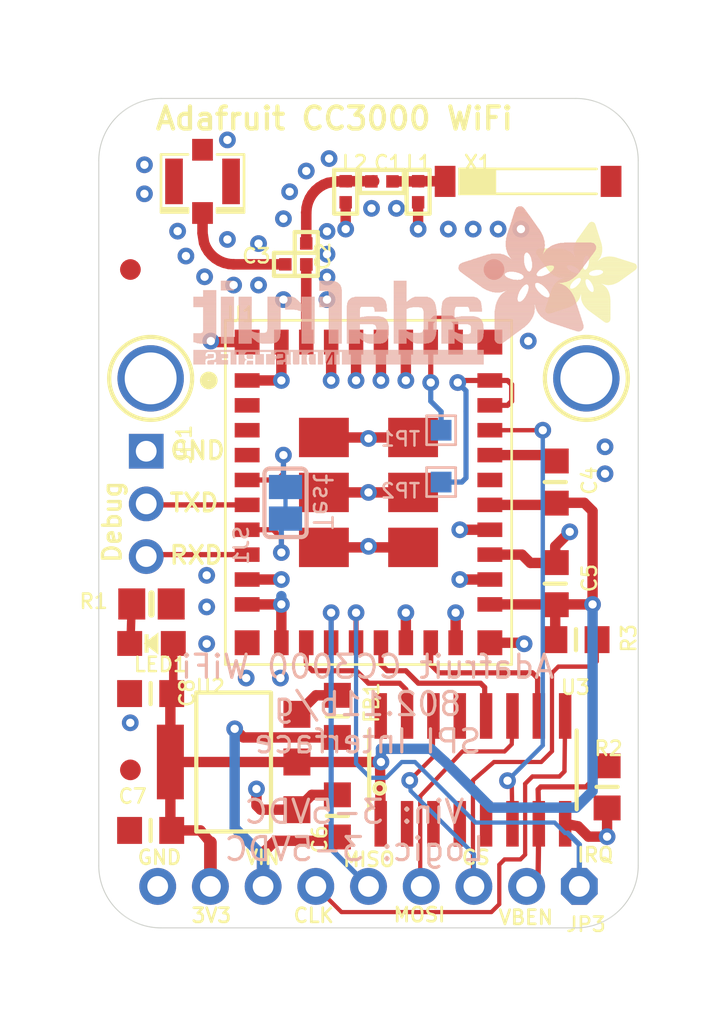
<source format=kicad_pcb>
(kicad_pcb (version 20211014) (generator pcbnew)
  (layers (0 "F.Cu" signal) (31 "B.Cu" signal) (34 "B.Paste" user) (35 "F.Paste" user) (36 "B.SilkS" user "B.Silkscreen") (37 "F.SilkS" user "F.Silkscreen") (38 "B.Mask" user) (39 "F.Mask" user) (44 "Edge.Cuts" user))
  (net 0 "")
  (net 1 "N$1")
  (net 2 "N$2")
  (net 3 "GND")
  (net 4 "N$3")
  (net 5 "N$4")
  (net 6 "SCL_3V")
  (net 7 "SDA_3V")
  (net 8 "VBAT")
  (net 9 "VBAT_EN_3V")
  (net 10 "SPI_CLK_3V")
  (net 11 "SPI_MOSI_3V")
  (net 12 "SPI_IRQ_3V")
  (net 13 "SPI_MISO_3V")
  (net 14 "SPI_CS_3V")
  (net 15 "N$5")
  (net 16 "N$6")
  (net 17 "RXD_3V")
  (net 18 "TXD_3V")
  (net 19 "VIN")
  (net 20 "VBAT_EN_5V")
  (net 21 "SPI_CLK_5V")
  (net 22 "SPI_MOSI_5V")
  (net 23 "SPI_CS_5V")
  (net 24 "N$9")
  (net 25 "N$7")
  (footprint "boardEagle:1X09_ROUND_70" (layer "F.Cu") (at 148.5011 123.0036 180)
    (fp_text reference "JP3")
    (fp_text value "")
  )
  (footprint "boardEagle:_0402" (layer "F.Cu") (at 145.0011 93.0036 180)
    (fp_text reference "C3")
    (fp_text value "DNC_10pF")
  )
  (footprint "boardEagle:ANT_2500AT44M0400" (layer "F.Cu") (at 156.1931 89.0036 180)
    (fp_text reference "X1")
    (fp_text value "2500AT44M0400E")
  )
  (footprint "boardEagle:CHIPLED_0805_NOOUTLINE" (layer "F.Cu") (at 138.0411 111.2876 90)
    (fp_text reference "LED1")
    (fp_text value "green")
  )
  (footprint "boardEagle:SOT223-R" (layer "F.Cu") (at 142.0011 117.0036 90)
    (fp_text reference "U2")
    (fp_text value "")
  )
  (footprint "boardEagle:FIDUCIAL_1MM" (layer "F.Cu") (at 137.0251 93.2536)
    (fp_text reference "FID3" hide)
    (fp_text value "FIDUCIAL\"\"" hide)
  )
  (footprint "boardEagle:ADAFRUIT_5MM" (layer "F.Cu") (at 156.5701 95.8186)
    (fp_text reference "U$8" hide)
    (fp_text value "" hide)
  )
  (footprint "boardEagle:_0402" (layer "F.Cu") (at 149.1471 89.0036)
    (fp_text reference "C1")
    (fp_text value "2.2pF")
  )
  (footprint "boardEagle:CC3000MOD" (layer "F.Cu") (at 148.5011 104.0036)
    (fp_text reference "U1")
    (fp_text value "CC3000MOD")
  )
  (footprint "boardEagle:FIDUCIAL_1MM" (layer "F.Cu") (at 137.0251 117.3836)
    (fp_text reference "FID2" hide)
    (fp_text value "FIDUCIAL\"\"" hide)
  )
  (footprint "boardEagle:0805-NO" (layer "F.Cu") (at 138.0411 109.3826 180)
    (fp_text reference "R1")
    (fp_text value "470")
  )
  (footprint "boardEagle:U.FL" (layer "F.Cu") (at 140.5011 89.0036 -90)
    (fp_text reference "U$35" hide)
    (fp_text value "U.FL" hide)
  )
  (footprint "boardEagle:_0402" (layer "F.Cu") (at 147.4011 89.5036 90)
    (fp_text reference "L2")
    (fp_text value "2.2nH")
  )
  (footprint "boardEagle:FIDUCIAL_1MM" (layer "F.Cu") (at 154.5511 93.2536)
    (fp_text reference "FID1" hide)
    (fp_text value "FIDUCIAL\"\"" hide)
  )
  (footprint "boardEagle:1X03_ROUND" (layer "F.Cu") (at 137.7871 104.5566 -90)
    (fp_text reference "JP1")
    (fp_text value "")
  )
  (footprint "boardEagle:_0805MP" (layer "F.Cu") (at 160.0011 118.2036 90)
    (fp_text reference "R2")
    (fp_text value "10K")
  )
  (footprint "boardEagle:_0805MP" (layer "F.Cu") (at 157.5011 103.5036 90)
    (fp_text reference "C4")
    (fp_text value "1µF")
  )
  (footprint "boardEagle:_0805MP" (layer "F.Cu") (at 147.0011 114.8036 90)
    (fp_text reference "FB1")
    (fp_text value "")
  )
  (footprint "boardEagle:_0402" (layer "F.Cu") (at 145.5011 92.5036 -90)
    (fp_text reference "C2")
    (fp_text value "10pF")
  )
  (footprint "boardEagle:MOUNTINGHOLE_2.5_PLATED" (layer "F.Cu") (at 138.0011 98.5036)
    (fp_text reference "U$24" hide)
    (fp_text value "MOUNTINGHOLE2.5" hide)
  )
  (footprint "boardEagle:_0805MP" (layer "F.Cu") (at 157.5011 108.4036 90)
    (fp_text reference "C5")
    (fp_text value "1µF")
  )
  (footprint "boardEagle:_0805MP" (layer "F.Cu") (at 158.5011 111.1036)
    (fp_text reference "R3")
    (fp_text value "10K")
  )
  (footprint "boardEagle:MOUNTINGHOLE_2.5_PLATED" (layer "F.Cu") (at 159.0011 98.5036)
    (fp_text reference "U$34" hide)
    (fp_text value "MOUNTINGHOLE2.5" hide)
  )
  (footprint "boardEagle:SOIC16" (layer "F.Cu") (at 153.5351 117.3836)
    (fp_text reference "U3")
    (fp_text value "74HC4050D")
  )
  (footprint "boardEagle:_0805MP" (layer "F.Cu") (at 138.0011 113.7036 180)
    (fp_text reference "C8")
    (fp_text value "10µF")
  )
  (footprint "boardEagle:_0402" (layer "F.Cu") (at 150.8931 89.5036 90)
    (fp_text reference "L1")
    (fp_text value "DNP")
  )
  (footprint "boardEagle:_0805MP" (layer "F.Cu") (at 138.0011 120.3036 180)
    (fp_text reference "C7")
    (fp_text value "10µF")
  )
  (footprint "boardEagle:_0805MP" (layer "F.Cu") (at 147.0011 119.6036 90)
    (fp_text reference "C6")
    (fp_text value "10µF")
  )
  (footprint "boardEagle:TESTPOINT_PAD_1MM" (layer "B.Cu") (at 152.0011 103.5036 180)
    (fp_text reference "TP2")
    (fp_text value "SDA")
  )
  (footprint "boardEagle:ADAFRUIT_TEXT_20MM" (layer "B.Cu") (at 159.6311 97.8256 180)
    (fp_text reference "U$36" hide)
    (fp_text value "" hide)
  )
  (footprint "boardEagle:SOLDERJUMPER_CLOSEDWIRE" (layer "B.Cu") (at 144.5011 104.5036 90)
    (fp_text reference "SJ1")
    (fp_text value "TESTMODE")
  )
  (footprint "boardEagle:TESTPOINT_PAD_1MM" (layer "B.Cu") (at 152.0011 101.0036 180)
    (fp_text reference "TP1")
    (fp_text value "SCL")
  )
  (gr_line (start 158.5011 85.0036) (end 138.5011 85.0036) (layer "Edge.Cuts") (width 0.05))
  (gr_arc (start 135.5011 88.0036) (mid 136.37978 85.88228) (end 138.5011 85.0036) (layer "Edge.Cuts") (width 0.05))
  (gr_arc (start 158.5011 85.0036) (mid 160.62242 85.88228) (end 161.5011 88.0036) (layer "Edge.Cuts") (width 0.05))
  (gr_arc (start 138.5011 125.0036) (mid 136.37978 124.12492) (end 135.5011 122.0036) (layer "Edge.Cuts") (width 0.05))
  (gr_line (start 135.5011 88.0036) (end 135.5011 122.0036) (layer "Edge.Cuts") (width 0.05))
  (gr_line (start 138.5011 125.0036) (end 158.5011 125.0036) (layer "Edge.Cuts") (width 0.05))
  (gr_line (start 161.5011 122.0036) (end 161.5011 88.0036) (layer "Edge.Cuts") (width 0.05))
  (gr_arc (start 161.5011 122.0036) (mid 160.62242 124.12492) (end 158.5011 125.0036) (layer "Edge.Cuts") (width 0.05))
  (gr_text "Test" (at 146.8041 103.0326 -90) (layer "B.SilkS") (effects (font (size 0.89408 0.89408) (thickness 0.12192)) (justify right top mirror)))
  (gr_text "Adafruit CC3000 WiFi\n802.11b/g\nSPI Interface" (at 148.4551 114.2086) (layer "B.SilkS") (effects (font (size 1.1176 1.1176) (thickness 0.1524)) (justify mirror)))
  (gr_text "Vin: 3-5VDC\nLogic: 3-5VDC" (at 147.8201 120.3046) (layer "B.SilkS") (effects (font (size 1.1176 1.1176) (thickness 0.1524)) (justify mirror)))
  (gr_text "VIN" (at 142.5011 122.0036) (layer "F.SilkS") (effects (font (size 0.682752 0.682752) (thickness 0.130048)) (justify left bottom)))
  (gr_text "GND" (at 138.8551 102.4836) (layer "F.SilkS") (effects (font (size 0.85344 0.85344) (thickness 0.16256)) (justify left bottom)))
  (gr_text "3V3" (at 139.9011 124.8036) (layer "F.SilkS") (effects (font (size 0.682752 0.682752) (thickness 0.130048)) (justify left bottom)))
  (gr_text "VBEN" (at 154.6991 124.8976) (layer "F.SilkS") (effects (font (size 0.682752 0.682752) (thickness 0.130048)) (justify left bottom)))
  (gr_text "IRQ" (at 158.4831 121.8826) (layer "F.SilkS") (effects (font (size 0.682752 0.682752) (thickness 0.130048)) (justify left bottom)))
  (gr_text "Adafruit CC3000 WiFi" (at 138.1371 86.5956) (layer "F.SilkS") (effects (font (size 1.0668 1.0668) (thickness 0.2032)) (justify left bottom)))
  (gr_text "RXD" (at 138.8281 107.5306) (layer "F.SilkS") (effects (font (size 0.85344 0.85344) (thickness 0.16256)) (justify left bottom)))
  (gr_text "MISO" (at 147.2011 122.1036) (layer "F.SilkS") (effects (font (size 0.682752 0.682752) (thickness 0.130048)) (justify left bottom)))
  (gr_text "MOSI" (at 149.6341 124.7706) (layer "F.SilkS") (effects (font (size 0.682752 0.682752) (thickness 0.130048)) (justify left bottom)))
  (gr_text "CS" (at 152.9211 122.0096) (layer "F.SilkS") (effects (font (size 0.682752 0.682752) (thickness 0.130048)) (justify left bottom)))
  (gr_text "TXD" (at 138.8281 105.0036) (layer "F.SilkS") (effects (font (size 0.85344 0.85344) (thickness 0.16256)) (justify left bottom)))
  (gr_text "CLK" (at 144.8141 124.8036) (layer "F.SilkS") (effects (font (size 0.682752 0.682752) (thickness 0.130048)) (justify left bottom)))
  (gr_text "GND" (at 137.3011 122.0036) (layer "F.SilkS") (effects (font (size 0.682752 0.682752) (thickness 0.130048)) (justify left bottom)))
  (gr_text "Debug" (at 136.6441 107.4776 90) (layer "F.SilkS") (effects (font (size 0.85344 0.85344) (thickness 0.16256)) (justify left bottom)))
  (segment (start 150.9851 89.0036) (end 150.9851 89.0036) (width 0.5842) (layer "F.Cu") (net 1))
  (segment (start 152.1931 88.9956) (end 152.1931 89.0036) (width 0.508) (layer "F.Cu") (net 1))
  (segment (start 149.6551 89.0036) (end 150.9851 89.0036) (width 0.508) (layer "F.Cu") (net 1))
  (segment (start 150.8931 88.9956) (end 152.1931 88.9956) (width 0.508) (layer "F.Cu") (net 1))
  (segment (start 150.9851 89.0036) (end 150.8931 88.9956) (width 0.5842) (layer "F.Cu") (net 1))
  (segment (start 146.537575 89.077015) (end 147.0011 89.0036) (width 0.508) (layer "F.Cu") (net 2))
  (segment (start 145.66459 89.822614) (end 145.787575 89.621922) (width 0.508) (layer "F.Cu") (net 2))
  (segment (start 145.574515 90.040075) (end 145.66459 89.822614) (width 0.508) (layer "F.Cu") (net 2))
  (segment (start 148.7311 88.9956) (end 148.7311 88.9956) (width 0.5842) (layer "F.Cu") (net 2))
  (segment (start 148.7311 88.9956) (end 148.6391 89.0036) (width 0.5842) (layer "F.Cu") (net 2))
  (segment (start 145.5011 90.5036) (end 145.519567 90.268948) (width 0.508) (layer "F.Cu") (net 2))
  (segment (start 146.119422 89.290075) (end 146.320114 89.16709) (width 0.508) (layer "F.Cu") (net 2))
  (segment (start 145.5011 91.9956) (end 145.5011 90.5036) (width 0.508) (layer "F.Cu") (net 2))
  (segment (start 147.4011 88.9956) (end 148.7311 88.9956) (width 0.508) (layer "F.Cu") (net 2))
  (segment (start 145.787575 89.621922) (end 145.94044 89.44294) (width 0.508) (layer "F.Cu") (net 2))
  (segment (start 146.320114 89.16709) (end 146.537575 89.077015) (width 0.508) (layer "F.Cu") (net 2))
  (segment (start 147.4931 89.0036) (end 147.4931 89.0036) (width 0.5842) (layer "F.Cu") (net 2))
  (segment (start 147.0011 89.0036) (end 147.4931 89.0036) (width 0.508) (layer "F.Cu") (net 2))
  (segment (start 145.5011 90.5036) (end 145.5011 90.5036) (width 0.508) (layer "F.Cu") (net 2))
  (segment (start 145.519567 90.268948) (end 145.574515 90.040075) (width 0.508) (layer "F.Cu") (net 2))
  (segment (start 147.4931 89.0036) (end 147.4011 88.9956) (width 0.5842) (layer "F.Cu") (net 2))
  (segment (start 145.94044 89.44294) (end 146.119422 89.290075) (width 0.508) (layer "F.Cu") (net 2))
  (segment (start 148.4511 101.3536) (end 148.5011 101.4036) (width 0.5) (layer "F.Cu") (net 3))
  (segment (start 150.3011 111.2536) (end 150.3011 109.8036) (width 0.5) (layer "F.Cu") (net 3))
  (segment (start 145.7671 118.5876) (end 145.0511 119.3036) (width 0.5) (layer "F.Cu") (net 3))
  (segment (start 148.5511 101.3536) (end 148.5011 101.4036) (width 0.5) (layer "F.Cu") (net 3))
  (segment (start 140.9511 96.7536) (end 140.9011 96.7036) (width 0.5) (layer "F.Cu") (net 3))
  (segment (start 144.3011 111.2536) (end 144.3011 109.4036) (width 0.5) (layer "F.Cu") (net 3))
  (segment (start 157.5011 106.6036) (end 158.2011 105.9036) (width 0.5) (layer "F.Cu") (net 3))
  (segment (start 154.3511 102.2036) (end 157.2171 102.2036) (width 0.5) (layer "F.Cu") (net 3))
  (segment (start 160.0011 119.2196) (end 160.0011 120.6036) (width 0.5) (layer "F.Cu") (net 3))
  (segment (start 148.4511 106.6536) (end 148.5011 106.6036) (width 0.5) (layer "F.Cu") (net 3))
  (segment (start 150.6511 101.3536) (end 148.5511 101.3536) (width 0.5) (layer "F.Cu") (net 3))
  (segment (start 152.7011 111.2536) (end 152.7011 109.8036) (width 0.5) (layer "F.Cu") (net 3))
  (segment (start 142.6511 108.2036) (end 144.3011 108.2036) (width 0.5) (layer "F.Cu") (net 3))
  (segment (start 146.3511 104.0036) (end 148.5011 104.0036) (width 0.5) (layer "F.Cu") (net 3))
  (segment (start 142.6511 98.6036) (end 144.3011 98.6036) (width 0.5) (layer "F.Cu") (net 3))
  (segment (start 142.6511 96.7536) (end 140.9511 96.7536) (width 0.5) (layer "F.Cu") (net 3))
  (segment (start 154.3511 108.2036) (end 152.9011 108.2036) (width 0.5) (layer "F.Cu") (net 3))
  (segment (start 155.9011 107.0036) (end 156.3011 107.4036) (width 0.5) (layer "F.Cu") (net 3))
  (segment (start 146.3511 101.3536) (end 148.4511 101.3536) (width 0.5) (layer "F.Cu") (net 3))
  (segment (start 154.3511 111.2536) (end 155.9511 111.2536) (width 0.5) (layer "F.Cu") (net 3))
  (segment (start 147.0011 118.5876) (end 145.7671 118.5876) (width 0.5) (layer "F.Cu") (net 3))
  (segment (start 158.6011 120.1036) (end 159.1011 120.6036) (width 0.5) (layer "F.Cu") (net 3))
  (segment (start 154.3511 107.0036) (end 155.9011 107.0036) (width 0.5) (layer "F.Cu") (net 3))
  (segment (start 146.7011 96.7536) (end 146.7011 98.6036) (width 0.5) (layer "F.Cu") (net 3))
  (segment (start 157.5011 107.3876) (end 157.5011 106.6036) (width 0.5) (layer "F.Cu") (net 3))
  (segment (start 157.2171 102.2036) (end 157.5011 102.4876) (width 0.5) (layer "F.Cu") (net 3))
  (segment (start 157.9801 119.9836) (end 158.6011 120.1036) (width 0.5) (layer "F.Cu") (net 3))
  (segment (start 143.1011 119.1036) (end 143.1011 118.3036) (width 0.5) (layer "F.Cu") (net 3))
  (segment (start 148.5511 106.6536) (end 148.5011 106.6036) (width 0.5) (layer "F.Cu") (net 3))
  (segment (start 137.0011 120.3196) (end 136.9851 120.3036) (width 0.5) (layer "F.Cu") (net 3))
  (segment (start 150.8931 90.0116) (end 150.8931 91.3036) (width 0.5) (layer "F.Cu") (net 3))
  (segment (start 157.4851 107.4036) (end 157.5011 107.3876) (width 0.5) (layer "F.Cu") (net 3))
  (segment (start 147.4011 90.0116) (end 147.4011 91.3036) (width 0.5) (layer "F.Cu") (net 3))
  (segment (start 154.3511 105.8036) (end 152.9011 105.8036) (width 0.5) (layer "F.Cu") (net 3))
  (segment (start 150.6511 106.6536) (end 148.5511 106.6536) (width 0.5) (layer "F.Cu") (net 3))
  (segment (start 159.1011 120.6036) (end 160.0011 120.6036) (width 0.5) (layer "F.Cu") (net 3))
  (segment (start 156.3011 107.4036) (end 157.4851 107.4036) (width 0.5) (layer "F.Cu") (net 3))
  (segment (start 142.6511 109.4036) (end 144.3011 109.4036) (width 0.5) (layer "F.Cu") (net 3))
  (segment (start 147.9011 96.7536) (end 147.9011 98.6036) (width 0.5) (layer "F.Cu") (net 3))
  (segment (start 150.3011 96.7536) (end 150.3011 98.6036) (width 0.5) (layer "F.Cu") (net 3))
  (segment (start 145.0511 119.3036) (end 143.3011 119.3036) (width 0.5) (layer "F.Cu") (net 3))
  (segment (start 149.1011 96.7536) (end 149.1011 98.6036) (width 0.5) (layer "F.Cu") (net 3))
  (segment (start 146.3511 106.6536) (end 148.4511 106.6536) (width 0.5) (layer "F.Cu") (net 3))
  (segment (start 144.3011 96.7536) (end 144.3011 98.6036) (width 0.5) (layer "F.Cu") (net 3))
  (segment (start 150.6511 104.0036) (end 148.5011 104.0036) (width 0.5) (layer "F.Cu") (net 3))
  (segment (start 143.3011 119.3036) (end 143.1011 119.1036) (width 0.5) (layer "F.Cu") (net 3))
  (segment (start 155.9511 111.2536) (end 156.0011 111.3036) (width 0.5) (layer "F.Cu") (net 3))
  (via (at 146.6011 87.9036) (size 0.8064) (drill 0.4) (layers "F.Cu" "B.Cu") (net 3))
  (via (at 147.9011 98.6036) (size 0.8064) (drill 0.4) (layers "F.Cu" "B.Cu") (net 3))
  (via (at 141.7011 91.8036) (size 0.8064) (drill 0.4) (layers "F.Cu" "B.Cu") (net 3))
  (via (at 152.9011 108.2036) (size 0.8064) (drill 0.4) (layers "F.Cu" "B.Cu") (net 3))
  (via (at 159.9011 103.1036) (size 0.8064) (drill 0.4) (layers "F.Cu" "B.Cu") (net 3))
  (via (at 159.9011 101.8036) (size 0.8064) (drill 0.4) (layers "F.Cu" "B.Cu") (net 3))
  (via (at 147.4011 91.3036) (size 0.8064) (drill 0.4) (layers "F.Cu" "B.Cu") (net 3))
  (via (at 146.5011 91.4156) (size 0.8064) (drill 0.4) (layers "F.Cu" "B.Cu") (net 3))
  (via (at 144.4011 90.8036) (size 0.8064) (drill 0.4) (layers "F.Cu" "B.Cu") (net 3))
  (via (at 140.7011 108.0016) (size 0.8064) (drill 0.4) (layers "F.Cu" "B.Cu") (net 3))
  (via (at 155.8471 91.3036) (size 0.8064) (drill 0.4) (layers "F.Cu" "B.Cu") (net 3))
  (via (at 144.3011 108.2036) (size 0.8064) (drill 0.4) (layers "F.Cu" "B.Cu") (net 3))
  (via (at 139.3011 91.4036) (size 0.8064) (drill 0.4) (layers "F.Cu" "B.Cu") (net 3))
  (via (at 156.2011 96.7036) (size 0.8064) (drill 0.4) (layers "F.Cu" "B.Cu") (net 3))
  (via (at 140.9011 96.7036) (size 0.8064) (drill 0.4) (layers "F.Cu" "B.Cu") (net 3))
  (via (at 142.0011 94.0036) (size 0.8064) (drill 0.4) (layers "F.Cu" "B.Cu") (net 3))
  (via (at 144.2571 112.9546) (size 0.8064) (drill 0.4) (layers "F.Cu" "B.Cu") (net 3))
  (via (at 137.7011 89.6036) (size 0.8064) (drill 0.4) (layers "F.Cu" "B.Cu") (net 3))
  (via (at 150.3011 98.6036) (size 0.8064) (drill 0.4) (layers "F.Cu" "B.Cu") (net 3))
  (via (at 152.9011 105.8036) (size 0.8064) (drill 0.4) (layers "F.Cu" "B.Cu") (net 3))
  (via (at 146.5011 92.5156) (size 0.8064) (drill 0.4) (layers "F.Cu" "B.Cu") (net 3))
  (via (at 143.2011 92.0036) (size 0.8064) (drill 0.4) (layers "F.Cu" "B.Cu") (net 3))
  (via (at 146.7011 98.6036) (size 0.8064) (drill 0.4) (layers "F.Cu" "B.Cu") (net 3))
  (via (at 149.8471 90.3036) (size 0.8064) (drill 0.4) (layers "F.Cu" "B.Cu") (net 3))
  (via (at 142.6061 112.9546) (size 0.8064) (drill 0.4) (layers "F.Cu" "B.Cu") (net 3))
  (via (at 150.8931 91.3036) (size 0.8064) (drill 0.4) (layers "F.Cu" "B.Cu") (net 3))
  (via (at 148.5011 104.0036) (size 0.8064) (drill 0.4) (layers "F.Cu" "B.Cu") (net 3))
  (via (at 137.7011 88.2036) (size 0.8064) (drill 0.4) (layers "F.Cu" "B.Cu") (net 3))
  (via (at 150.3011 109.8036) (size 0.8064) (drill 0.4) (layers "F.Cu" "B.Cu") (net 3))
  (via (at 144.4011 94.7036) (size 0.8064) (drill 0.4) (layers "F.Cu" "B.Cu") (net 3))
  (via (at 158.2011 105.9036) (size 0.8064) (drill 0.4) (layers "F.Cu" "B.Cu") (net 3))
  (via (at 140.7011 109.5256) (size 0.8064) (drill 0.4) (layers "F.Cu" "B.Cu") (net 3))
  (via (at 146.5011 94.7036) (size 0.8064) (drill 0.4) (layers "F.Cu" "B.Cu") (net 3))
  (via (at 148.5011 101.4036) (size 0.8064) (drill 0.4) (layers "F.Cu" "B.Cu") (net 3))
  (via (at 139.7011 92.6036) (size 0.8064) (drill 0.4) (layers "F.Cu" "B.Cu") (net 3))
  (via (at 146.5011 93.6156) (size 0.8064) (drill 0.4) (layers "F.Cu" "B.Cu") (net 3))
  (via (at 140.7011 111.3036) (size 0.8064) (drill 0.4) (layers "F.Cu" "B.Cu") (net 3))
  (via (at 148.5011 106.6036) (size 0.8064) (drill 0.4) (layers "F.Cu" "B.Cu") (net 3))
  (via (at 152.7011 109.8036) (size 0.8064) (drill 0.4) (layers "F.Cu" "B.Cu") (net 3))
  (via (at 144.3011 98.6036) (size 0.8064) (drill 0.4) (layers "F.Cu" "B.Cu") (net 3))
  (via (at 143.1011 118.3036) (size 0.8064) (drill 0.4) (layers "F.Cu" "B.Cu") (net 3))
  (via (at 152.3471 91.3036) (size 0.8064) (drill 0.4) (layers "F.Cu" "B.Cu") (net 3))
  (via (at 141.7011 87.0036) (size 0.8064) (drill 0.4) (layers "F.Cu" "B.Cu") (net 3))
  (via (at 145.5011 88.5036) (size 0.8064) (drill 0.4) (layers "F.Cu" "B.Cu") (net 3))
  (via (at 154.7471 91.3036) (size 0.8064) (drill 0.4) (layers "F.Cu" "B.Cu") (net 3))
  (via (at 143.2011 94.0036) (size 0.8064) (drill 0.4) (layers "F.Cu" "B.Cu") (net 3))
  (via (at 140.6011 93.6036) (size 0.8064) (drill 0.4) (layers "F.Cu" "B.Cu") (net 3))
  (via (at 144.7011 89.5036) (size 0.8064) (drill 0.4) (layers "F.Cu" "B.Cu") (net 3))
  (via (at 153.5471 91.3036) (size 0.8064) (drill 0.4) (layers "F.Cu" "B.Cu") (net 3))
  (via (at 137.0181 115.1136) (size 0.8064) (drill 0.4) (layers "F.Cu" "B.Cu") (net 3))
  (via (at 144.3011 109.4036) (size 0.8064) (drill 0.4) (layers "F.Cu" "B.Cu") (net 3))
  (via (at 156.0011 111.3036) (size 0.8064) (drill 0.4) (layers "F.Cu" "B.Cu") (net 3))
  (via (at 149.1011 98.6036) (size 0.8064) (drill 0.4) (layers "F.Cu" "B.Cu") (net 3))
  (via (at 160.0011 120.6036) (size 0.8064) (drill 0.4) (layers "F.Cu" "B.Cu") (net 3))
  (via (at 148.6471 90.3036) (size 0.8064) (drill 0.4) (layers "F.Cu" "B.Cu") (net 3))
  (segment (start 144.3011 109.4036) (end 144.3011 109.0036) (width 0.5) (layer "B.Cu") (net 3))
  (segment (start 140.94044 92.56426) (end 140.787575 92.385278) (width 0.508) (layer "F.Cu") (net 4))
  (segment (start 140.574515 91.967125) (end 140.5011 91.5036) (width 0.508) (layer "F.Cu") (net 4))
  (segment (start 140.5011 91.5036) (end 140.5011 90.5286) (width 0.508) (layer "F.Cu") (net 4))
  (segment (start 141.766448 92.985133) (end 141.537575 92.930185) (width 0.508) (layer "F.Cu") (net 4))
  (segment (start 142.0011 93.0036) (end 142.0011 93.0036) (width 0.508) (layer "F.Cu") (net 4))
  (segment (start 144.4931 93.0036) (end 142.0011 93.0036) (width 0.508) (layer "F.Cu") (net 4))
  (segment (start 140.66459 92.184586) (end 140.574515 91.967125) (width 0.508) (layer "F.Cu") (net 4))
  (segment (start 141.119422 92.717125) (end 140.94044 92.56426) (width 0.508) (layer "F.Cu") (net 4))
  (segment (start 141.537575 92.930185) (end 141.320114 92.84011) (width 0.508) (layer "F.Cu") (net 4))
  (segment (start 140.787575 92.385278) (end 140.66459 92.184586) (width 0.508) (layer "F.Cu") (net 4))
  (segment (start 141.320114 92.84011) (end 141.119422 92.717125) (width 0.508) (layer "F.Cu") (net 4))
  (segment (start 142.0011 93.0036) (end 141.766448 92.985133) (width 0.508) (layer "F.Cu") (net 4))
  (segment (start 145.5011 93.0116) (end 145.5091 93.0036) (width 0.508) (layer "F.Cu") (net 5))
  (segment (start 145.5011 96.7536) (end 145.5011 93.0116) (width 0.508) (layer "F.Cu") (net 5))
  (segment (start 151.5011 95.8036) (end 151.5011 96.7536) (width 0.25) (layer "F.Cu") (net 6))
  (segment (start 152.7011 95.8036) (end 152.5011 95.6036) (width 0.25) (layer "F.Cu") (net 6))
  (segment (start 152.7011 96.7536) (end 152.7011 95.8036) (width 0.25) (layer "F.Cu") (net 6))
  (segment (start 151.7011 95.6036) (end 151.5011 95.8036) (width 0.25) (layer "F.Cu") (net 6))
  (segment (start 151.5011 96.7536) (end 151.5011 98.7036) (width 0.25) (layer "F.Cu") (net 6))
  (segment (start 152.5011 95.6036) (end 151.7011 95.6036) (width 0.25) (layer "F.Cu") (net 6))
  (via (at 151.5011 98.7036) (size 0.8064) (drill 0.4) (layers "F.Cu" "B.Cu") (net 6))
  (segment (start 152.0011 100.1036) (end 152.0011 101.0036) (width 0.25) (layer "B.Cu") (net 6))
  (segment (start 151.5011 98.7036) (end 151.5011 99.6036) (width 0.25) (layer "B.Cu") (net 6))
  (segment (start 151.5011 99.6036) (end 152.0011 100.1036) (width 0.25) (layer "B.Cu") (net 6))
  (segment (start 152.9011 98.6036) (end 152.8011 98.7036) (width 0.25) (layer "F.Cu") (net 7))
  (segment (start 155.4011 98.8036) (end 155.4011 99.6036) (width 0.25) (layer "F.Cu") (net 7))
  (segment (start 155.4011 99.6036) (end 155.2011 99.8036) (width 0.25) (layer "F.Cu") (net 7))
  (segment (start 154.3511 98.6036) (end 152.9011 98.6036) (width 0.25) (layer "F.Cu") (net 7))
  (segment (start 154.3511 98.6036) (end 155.2011 98.6036) (width 0.25) (layer "F.Cu") (net 7))
  (segment (start 155.2011 99.8036) (end 154.3511 99.8036) (width 0.25) (layer "F.Cu") (net 7))
  (segment (start 155.2011 98.6036) (end 155.4011 98.8036) (width 0.25) (layer "F.Cu") (net 7))
  (via (at 152.8011 98.7036) (size 0.8064) (drill 0.4) (layers "F.Cu" "B.Cu") (net 7))
  (segment (start 153.0011 103.5036) (end 153.2011 103.3036) (width 0.25) (layer "B.Cu") (net 7))
  (segment (start 152.0011 103.5036) (end 153.0011 103.5036) (width 0.25) (layer "B.Cu") (net 7))
  (segment (start 153.2011 99.1036) (end 152.8011 98.7036) (width 0.25) (layer "B.Cu") (net 7))
  (segment (start 153.2011 103.3036) (end 153.2011 100.1036) (width 0.25) (layer "B.Cu") (net 7))
  (segment (start 153.2011 100.1036) (end 153.2011 99.1036) (width 0.25) (layer "B.Cu") (net 7))
  (segment (start 139.0171 113.7036) (end 139.0911 113.7036) (width 0.4064) (layer "F.Cu") (net 8))
  (segment (start 158.9011 104.5036) (end 157.5171 104.5036) (width 0.5) (layer "F.Cu") (net 8))
  (segment (start 138.9511 117.0036) (end 138.9511 113.7696) (width 0.5) (layer "F.Cu") (net 8))
  (segment (start 138.9511 113.7696) (end 139.0171 113.7036) (width 0.5) (layer "F.Cu") (net 8))
  (segment (start 157.4851 109.4036) (end 157.5011 109.4196) (width 0.5) (layer "F.Cu") (net 8))
  (segment (start 149.0901 119.9836) (end 149.0561 117.0586) (width 0.5) (layer "F.Cu") (net 8))
  (segment (start 157.5171 104.5036) (end 157.5011 104.5196) (width 0.5) (layer "F.Cu") (net 8))
  (segment (start 140.8811 120.8836) (end 140.8811 123.0036) (width 0.6096) (layer "F.Cu") (net 8))
  (segment (start 157.5011 111.0876) (end 157.4851 111.1036) (width 0.5) (layer "F.Cu") (net 8))
  (segment (start 159.3011 109.4036) (end 159.3011 104.9036) (width 0.5) (layer "F.Cu") (net 8))
  (segment (start 138.9511 117.0036) (end 138.9511 120.4376) (width 0.5) (layer "F.Cu") (net 8))
  (segment (start 149.0561 117.0586) (end 149.1011 117.0036) (width 0.5) (layer "F.Cu") (net 8))
  (segment (start 145.0511 117.0036) (end 149.1011 117.0036) (width 0.5) (layer "F.Cu") (net 8))
  (segment (start 154.3511 109.4036) (end 157.4851 109.4036) (width 0.5) (layer "F.Cu") (net 8))
  (segment (start 138.9511 120.4376) (end 139.0171 120.3036) (width 0.5) (layer "F.Cu") (net 8))
  (segment (start 145.0511 117.0036) (end 138.9511 117.0036) (width 0.5) (layer "F.Cu") (net 8))
  (segment (start 139.0911 113.7036) (end 139.0911 111.2876) (width 0.4064) (layer "F.Cu") (net 8))
  (segment (start 157.5011 109.4196) (end 157.5011 111.0876) (width 0.5) (layer "F.Cu") (net 8))
  (segment (start 157.4851 109.4036) (end 159.3011 109.4036) (width 0.5) (layer "F.Cu") (net 8))
  (segment (start 140.8811 120.8836) (end 140.4011 120.3036) (width 0.5) (layer "F.Cu") (net 8))
  (segment (start 140.4011 120.3036) (end 139.0171 120.3036) (width 0.5) (layer "F.Cu") (net 8))
  (segment (start 159.3011 104.9036) (end 158.9011 104.5036) (width 0.5) (layer "F.Cu") (net 8))
  (segment (start 154.3511 104.6036) (end 157.4171 104.6036) (width 0.5) (layer "F.Cu") (net 8))
  (segment (start 157.4171 104.6036) (end 157.5011 104.5196) (width 0.5) (layer "F.Cu") (net 8))
  (via (at 149.1011 117.0036) (size 0.8064) (drill 0.4) (layers "F.Cu" "B.Cu") (net 8))
  (via (at 159.3011 109.4036) (size 0.8064) (drill 0.4) (layers "F.Cu" "B.Cu") (net 8))
  (segment (start 158.5011 119.2036) (end 159.3011 118.4036) (width 0.5) (layer "B.Cu") (net 8))
  (segment (start 149.1011 117.0036) (end 149.1011 116.3676) (width 0.5) (layer "B.Cu") (net 8))
  (segment (start 152.2011 117.0036) (end 154.4011 119.2036) (width 0.5) (layer "B.Cu") (net 8))
  (segment (start 154.4011 119.2036) (end 158.5011 119.2036) (width 0.5) (layer "B.Cu") (net 8))
  (segment (start 151.5031 116.3676) (end 152.2011 117.0036) (width 0.5) (layer "B.Cu") (net 8))
  (segment (start 149.1011 116.3676) (end 151.5031 116.3676) (width 0.5) (layer "B.Cu") (net 8))
  (segment (start 159.3011 118.4036) (end 159.3011 109.4036) (width 0.5) (layer "B.Cu") (net 8))
  (segment (start 156.9011 101.0036) (end 154.3511 101.0036) (width 0.21) (layer "F.Cu") (net 9))
  (segment (start 155.4401 119.9836) (end 155.4061 118.1086) (width 0.21) (layer "F.Cu") (net 9))
  (segment (start 155.4061 118.1086) (end 155.2011 117.9036) (width 0.21) (layer "F.Cu") (net 9))
  (via (at 156.9011 101.0036) (size 0.8064) (drill 0.4) (layers "F.Cu" "B.Cu") (net 9))
  (via (at 155.2011 117.9036) (size 0.8064) (drill 0.4) (layers "F.Cu" "B.Cu") (net 9))
  (segment (start 156.9011 116.2036) (end 156.9011 101.0036) (width 0.21) (layer "B.Cu") (net 9))
  (segment (start 155.2011 117.9036) (end 156.9011 116.2036) (width 0.21) (layer "B.Cu") (net 9))
  (segment (start 156.6511 114.8786) (end 156.7101 114.7836) (width 0.25) (layer "F.Cu") (net 10))
  (segment (start 151.5011 112.3036) (end 151.9011 112.7036) (width 0.25) (layer "F.Cu") (net 10))
  (segment (start 156.6011 114.8286) (end 156.7101 114.7836) (width 0.25) (layer "F.Cu") (net 10))
  (segment (start 156.6511 112.9536) (end 156.6511 114.8786) (width 0.25) (layer "F.Cu") (net 10))
  (segment (start 156.4011 112.7036) (end 156.6511 112.9536) (width 0.25) (layer "F.Cu") (net 10))
  (segment (start 151.5011 111.2536) (end 151.5011 112.3036) (width 0.25) (layer "F.Cu") (net 10))
  (segment (start 151.9011 112.7036) (end 156.4011 112.7036) (width 0.25) (layer "F.Cu") (net 10))
  (segment (start 154.1011 113.4036) (end 154.1011 114.8686) (width 0.25) (layer "F.Cu") (net 11))
  (segment (start 150.3011 112.6036) (end 150.9011 113.2036) (width 0.25) (layer "F.Cu") (net 11))
  (segment (start 149.1011 111.2536) (end 149.1011 112.3036) (width 0.25) (layer "F.Cu") (net 11))
  (segment (start 154.1011 114.8686) (end 154.1701 114.7836) (width 0.25) (layer "F.Cu") (net 11))
  (segment (start 150.9011 113.2036) (end 153.9011 113.2036) (width 0.25) (layer "F.Cu") (net 11))
  (segment (start 153.9011 113.2036) (end 154.1011 113.4036) (width 0.25) (layer "F.Cu") (net 11))
  (segment (start 149.1011 112.3036) (end 149.4011 112.6036) (width 0.25) (layer "F.Cu") (net 11))
  (segment (start 149.4011 112.6036) (end 150.3011 112.6036) (width 0.25) (layer "F.Cu") (net 11))
  (segment (start 147.9011 111.2536) (end 147.9011 109.8036) (width 0.25) (layer "F.Cu") (net 12))
  (via (at 147.9011 109.8036) (size 0.8064) (drill 0.4) (layers "F.Cu" "B.Cu") (net 12))
  (segment (start 150.1061 117.0026) (end 150.7411 117.0026) (width 0.2032) (layer "B.Cu") (net 12))
  (segment (start 157.9801 120.4316) (end 158.1071 120.4316) (width 0.2032) (layer "B.Cu") (net 12))
  (segment (start 153.6621 119.9236) (end 157.4721 119.9236) (width 0.2032) (layer "B.Cu") (net 12))
  (segment (start 150.7411 117.0026) (end 153.6621 119.9236) (width 0.2032) (layer "B.Cu") (net 12))
  (segment (start 158.6611 120.9856) (end 158.6611 123.0036) (width 0.254) (layer "B.Cu") (net 12))
  (segment (start 147.9011 109.8036) (end 147.9011 117.0836) (width 0.2032) (layer "B.Cu") (net 12))
  (segment (start 148.5821 117.7646) (end 149.3441 117.7646) (width 0.2032) (layer "B.Cu") (net 12))
  (segment (start 157.4721 119.9236) (end 157.9801 120.4316) (width 0.2032) (layer "B.Cu") (net 12))
  (segment (start 149.3441 117.7646) (end 150.1061 117.0026) (width 0.2032) (layer "B.Cu") (net 12))
  (segment (start 147.9011 117.0836) (end 148.5821 117.7646) (width 0.2032) (layer "B.Cu") (net 12))
  (segment (start 158.1071 120.4316) (end 158.6611 120.9856) (width 0.254) (layer "B.Cu") (net 12))
  (segment (start 146.7011 111.2536) (end 146.7011 109.8036) (width 0.25) (layer "F.Cu") (net 13))
  (via (at 146.7011 109.8036) (size 0.8064) (drill 0.4) (layers "F.Cu" "B.Cu") (net 13))
  (segment (start 146.7011 121.2036) (end 148.5011 123.0036) (width 0.254) (layer "B.Cu") (net 13))
  (segment (start 146.7011 109.8036) (end 146.7011 121.2036) (width 0.25) (layer "B.Cu") (net 13))
  (segment (start 145.8011 112.6036) (end 147.9011 112.6036) (width 0.25) (layer "F.Cu") (net 14))
  (segment (start 145.5011 111.2536) (end 145.5011 112.3036) (width 0.25) (layer "F.Cu") (net 14))
  (segment (start 147.9011 112.6036) (end 148.5011 113.2036) (width 0.25) (layer "F.Cu") (net 14))
  (segment (start 150.3011 114.8786) (end 150.3601 114.7836) (width 0.25) (layer "F.Cu") (net 14))
  (segment (start 150.0011 113.2036) (end 150.3011 113.5036) (width 0.25) (layer "F.Cu") (net 14))
  (segment (start 150.3011 113.5036) (end 150.3011 114.8786) (width 0.25) (layer "F.Cu") (net 14))
  (segment (start 148.5011 113.2036) (end 150.0011 113.2036) (width 0.25) (layer "F.Cu") (net 14))
  (segment (start 145.5011 112.3036) (end 145.8011 112.6036) (width 0.25) (layer "F.Cu") (net 14))
  (segment (start 142.6511 103.4036) (end 144.1011 103.4036) (width 0.25) (layer "F.Cu") (net 15))
  (segment (start 144.4011 103.1036) (end 144.4011 102.2036) (width 0.25) (layer "F.Cu") (net 15))
  (segment (start 144.1011 103.4036) (end 144.4011 103.1036) (width 0.25) (layer "F.Cu") (net 15))
  (via (at 144.4011 102.2036) (size 0.8064) (drill 0.4) (layers "F.Cu" "B.Cu") (net 15))
  (segment (start 144.4011 102.2036) (end 144.4011 103.6416) (width 0.25) (layer "B.Cu") (net 15))
  (segment (start 144.4011 103.6416) (end 144.5011 103.7416) (width 0.25) (layer "B.Cu") (net 15))
  (segment (start 144.3011 106.2036) (end 144.3011 106.9036) (width 0.25) (layer "F.Cu") (net 16))
  (segment (start 142.6511 105.8036) (end 143.9011 105.8036) (width 0.25) (layer "F.Cu") (net 16))
  (segment (start 143.9011 105.8036) (end 144.3011 106.2036) (width 0.25) (layer "F.Cu") (net 16))
  (via (at 144.3011 106.9036) (size 0.8064) (drill 0.4) (layers "F.Cu" "B.Cu") (net 16))
  (segment (start 144.3011 105.4656) (end 144.5011 105.2656) (width 0.25) (layer "B.Cu") (net 16))
  (segment (start 144.3011 106.9036) (end 144.3011 105.4656) (width 0.25) (layer "B.Cu") (net 16))
  (segment (start 142.6511 107.0036) (end 137.7871 107.0036) (width 0.254) (layer "F.Cu") (net 17))
  (segment (start 137.7871 107.0036) (end 137.7871 107.0966) (width 0.254) (layer "F.Cu") (net 17))
  (segment (start 137.7871 104.6036) (end 137.7871 104.5566) (width 0.254) (layer "F.Cu") (net 18))
  (segment (start 142.6511 104.6036) (end 137.7871 104.6036) (width 0.254) (layer "F.Cu") (net 18))
  (segment (start 147.0011 115.8196) (end 142.4671 115.8196) (width 0.5) (layer "F.Cu") (net 19))
  (segment (start 142.4671 115.8196) (end 142.0511 115.4036) (width 0.5) (layer "F.Cu") (net 19))
  (segment (start 143.4211 121.3836) (end 144.0011 120.8036) (width 0.5) (layer "F.Cu") (net 19))
  (segment (start 144.0011 120.8036) (end 146.8171 120.8036) (width 0.5) (layer "F.Cu") (net 19))
  (segment (start 143.4211 121.3836) (end 143.4211 123.0036) (width 0.6096) (layer "F.Cu") (net 19))
  (segment (start 146.8171 120.8036) (end 147.0011 120.6196) (width 0.5) (layer "F.Cu") (net 19))
  (via (at 142.0511 115.4036) (size 0.8064) (drill 0.4) (layers "F.Cu" "B.Cu") (net 19))
  (segment (start 143.4211 121.5536) (end 143.4211 123.0036) (width 0.6096) (layer "B.Cu") (net 19))
  (segment (start 142.0511 115.4036) (end 142.0511 120.1836) (width 0.5) (layer "B.Cu") (net 19))
  (segment (start 142.0511 120.1836) (end 143.4211 121.5536) (width 0.5) (layer "B.Cu") (net 19))
  (segment (start 156.6761 118.3286) (end 156.8011 118.2036) (width 0.25) (layer "F.Cu") (net 20))
  (segment (start 156.7101 119.9836) (end 156.6761 118.3286) (width 0.25) (layer "F.Cu") (net 20))
  (segment (start 156.1211 123.0036) (end 156.6761 122.4486) (width 0.254) (layer "F.Cu") (net 20))
  (segment (start 158.9851 118.2036) (end 160.0011 117.1876) (width 0.25) (layer "F.Cu") (net 20))
  (segment (start 156.6761 122.4486) (end 156.7101 119.9836) (width 0.254) (layer "F.Cu") (net 20))
  (segment (start 156.8011 118.2036) (end 158.9851 118.2036) (width 0.25) (layer "F.Cu") (net 20))
  (segment (start 154.4241 124.2416) (end 147.1991 124.2416) (width 0.2032) (layer "F.Cu") (net 21))
  (segment (start 155.0591 121.7016) (end 154.8051 121.9556) (width 0.2032) (layer "F.Cu") (net 21))
  (segment (start 147.1991 124.2416) (end 145.9611 123.0036) (width 0.2032) (layer "F.Cu") (net 21))
  (segment (start 154.8051 123.8606) (end 154.4241 124.2416) (width 0.2032) (layer "F.Cu") (net 21))
  (segment (start 156.4011 117.7036) (end 156.0511 118.0536) (width 0.21) (layer "F.Cu") (net 21))
  (segment (start 154.8051 121.9556) (end 154.8051 123.8606) (width 0.2032) (layer "F.Cu") (net 21))
  (segment (start 156.0511 118.0536) (end 156.0511 121.4716) (width 0.2032) (layer "F.Cu") (net 21))
  (segment (start 155.8211 121.7016) (end 155.0591 121.7016) (width 0.2032) (layer "F.Cu") (net 21))
  (segment (start 156.0511 121.4716) (end 155.8211 121.7016) (width 0.2032) (layer "F.Cu") (net 21))
  (segment (start 157.9801 114.7836) (end 157.9461 117.4586) (width 0.21) (layer "F.Cu") (net 21))
  (segment (start 157.7011 117.7036) (end 156.4011 117.7036) (width 0.21) (layer "F.Cu") (net 21))
  (segment (start 157.9461 117.4586) (end 157.7011 117.7036) (width 0.21) (layer "F.Cu") (net 21))
  (segment (start 155.4401 114.7836) (end 155.4061 116.1476) (width 0.2032) (layer "F.Cu") (net 22))
  (segment (start 150.9951 118.6536) (end 150.9951 122.9576) (width 0.2032) (layer "F.Cu") (net 22))
  (segment (start 150.9951 122.9576) (end 151.0411 123.0036) (width 0.2032) (layer "F.Cu") (net 22))
  (segment (start 155.0591 116.4946) (end 153.0271 116.4946) (width 0.2032) (layer "F.Cu") (net 22))
  (segment (start 155.4061 116.1476) (end 155.0591 116.4946) (width 0.2032) (layer "F.Cu") (net 22))
  (segment (start 153.0271 116.4946) (end 150.9951 118.6536) (width 0.2032) (layer "F.Cu") (net 22))
  (segment (start 157.6511 112.4036) (end 157.3451 112.7096) (width 0.2032) (layer "F.Cu") (net 23))
  (segment (start 153.5811 117.8456) (end 153.5351 117.8916) (width 0.2032) (layer "F.Cu") (net 23))
  (segment (start 153.5351 123.0036) (end 153.5811 123.0036) (width 0.2032) (layer "F.Cu") (net 23))
  (segment (start 151.5961 116.7826) (end 150.4871 117.8916) (width 0.2032) (layer "F.Cu") (net 23))
  (segment (start 153.5351 117.8916) (end 153.5351 123.0036) (width 0.2032) (layer "F.Cu") (net 23))
  (segment (start 157.6511 112.4036) (end 159.2511 112.4036) (width 0.21) (layer "F.Cu") (net 23))
  (segment (start 157.3451 112.7096) (end 157.3451 116.4866) (width 0.2032) (layer "F.Cu") (net 23))
  (segment (start 151.6301 114.7836) (end 151.5961 116.7826) (width 0.2032) (layer "F.Cu") (net 23))
  (segment (start 157.3451 116.4866) (end 156.8291 117.0026) (width 0.2032) (layer "F.Cu") (net 23))
  (segment (start 159.5011 112.1536) (end 159.5011 111.1196) (width 0.21) (layer "F.Cu") (net 23))
  (segment (start 159.2511 112.4036) (end 159.5011 112.1536) (width 0.21) (layer "F.Cu") (net 23))
  (segment (start 154.5511 117.0026) (end 156.8291 117.0026) (width 0.2032) (layer "F.Cu") (net 23))
  (segment (start 153.5811 117.8456) (end 154.5511 117.0026) (width 0.2032) (layer "F.Cu") (net 23))
  (segment (start 159.5011 111.1196) (end 159.5171 111.1036) (width 0.25) (layer "F.Cu") (net 23))
  (via (at 150.4871 117.8916) (size 0.8064) (drill 0.4) (layers "F.Cu" "B.Cu") (net 23))
  (segment (start 150.4871 117.8916) (end 150.5331 118.3996) (width 0.2032) (layer "B.Cu") (net 23))
  (segment (start 153.5811 121.4476) (end 153.5811 123.0036) (width 0.2032) (layer "B.Cu") (net 23))
  (segment (start 150.5331 118.3996) (end 153.5811 121.4476) (width 0.2032) (layer "B.Cu") (net 23))
  (segment (start 147.0011 113.7876) (end 145.9671 113.7876) (width 0.5) (layer "F.Cu") (net 24))
  (segment (start 145.9671 113.7876) (end 145.0511 114.7036) (width 0.5) (layer "F.Cu") (net 24))
  (segment (start 136.9911 111.2876) (end 137.0251 111.2876) (width 0.4064) (layer "F.Cu") (net 25))
  (segment (start 136.9911 111.2876) (end 137.0251 111.4146) (width 0.4064) (layer "F.Cu") (net 25))
  (segment (start 137.0251 111.2876) (end 137.0911 109.3826) (width 0.4064) (layer "F.Cu") (net 25))
)
</source>
